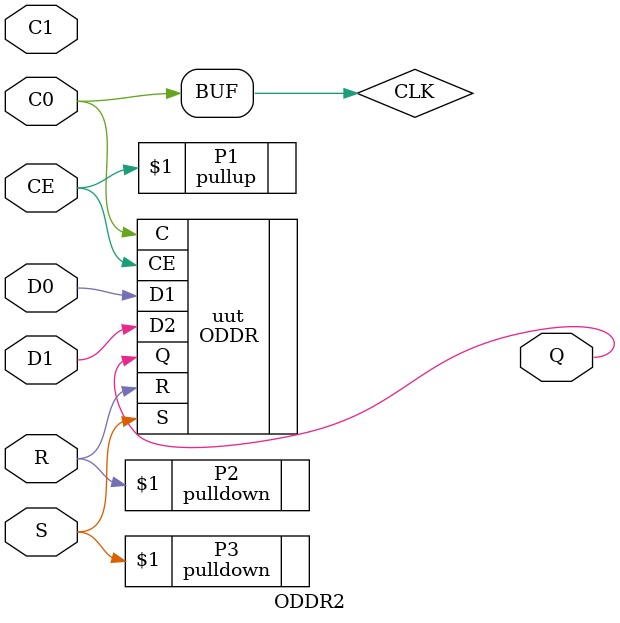
<source format=v>

`timescale 1 ps / 1 ps

module ODDR2 (Q, C0, C1, CE, D0, D1, R, S);
    
    output Q;

    input C0;
    input C1;
    input CE;
    input D0;
    input D1;
    input R;
    input S;

    parameter DDR_ALIGNMENT = "NONE";    
    parameter [0:0] INIT = 1'b0;
    parameter SRTYPE = "SYNC";

    pullup   P1 (CE);
    pulldown P2 (R);
    pulldown P3 (S);

    wire CLK;
    

//    assign CLK = ((DDR_ALIGNMENT== "C0") || (DDR_ALIGNMENT== "NONE"))?  C0 : C1;

    generate if((DDR_ALIGNMENT== "C0")  || (DDR_ALIGNMENT== "NONE"))
      assign CLK = C0; 
    else
      assign CLK = C1; 
    endgenerate


    localparam DDR_CLK_EDGE_ODDR = (DDR_ALIGNMENT== "NONE")? "OPPOSITE_EDGE" : "SAME_EDGE";

    ODDR     #( // attributes
                 .DDR_CLK_EDGE(DDR_CLK_EDGE_ODDR),
                 .INIT(INIT),
                 .SRTYPE(SRTYPE)
               )
             uut
               ( // outputs
                 .Q(Q),

                 // inputs
                 .C(CLK),
                 .CE(CE),
                 .D1(D0),
                 .D2(D1),
                 .R(R),
                 .S(S)
               );

       
endmodule // ODDR2

</source>
